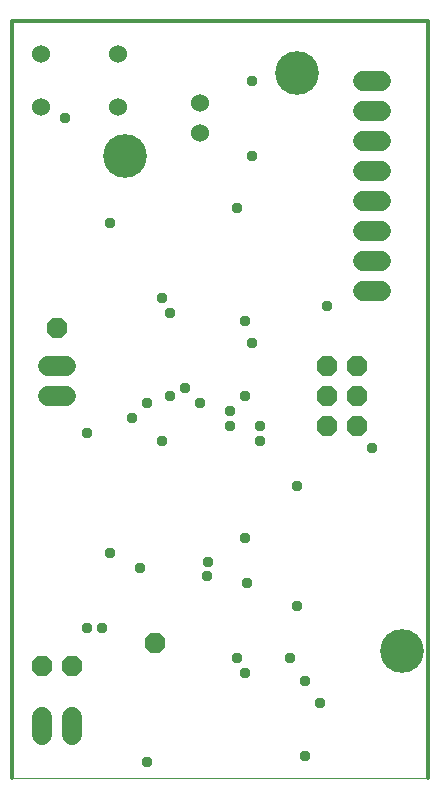
<source format=gbs>
G04 EAGLE Gerber RS-274X export*
G75*
%MOMM*%
%FSLAX34Y34*%
%LPD*%
%INSolderstop Bottom*%
%IPPOS*%
%AMOC8*
5,1,8,0,0,1.08239X$1,22.5*%
G01*
%ADD10C,0.000000*%
%ADD11C,0.304800*%
%ADD12C,3.703200*%
%ADD13P,1.869504X8X22.500000*%
%ADD14P,1.869504X8X112.500000*%
%ADD15C,1.711200*%
%ADD16C,1.524000*%
%ADD17C,0.959600*%


D10*
X0Y0D02*
X352300Y0D01*
D11*
X352300Y641250D01*
X0Y641250D01*
X0Y0D01*
D12*
X95250Y527050D03*
X330200Y107950D03*
X241300Y596900D03*
D13*
X120650Y114300D03*
X25400Y95250D03*
D14*
X292100Y298450D03*
X266700Y298450D03*
X292100Y323850D03*
X266700Y323850D03*
X292100Y349250D03*
X266700Y349250D03*
D13*
X38100Y381000D03*
X50800Y95250D03*
D15*
X50800Y51990D02*
X50800Y36910D01*
X25400Y36910D02*
X25400Y51990D01*
X30560Y323850D02*
X45640Y323850D01*
X45640Y349250D02*
X30560Y349250D01*
D16*
X158750Y571500D03*
X158750Y546100D03*
D15*
X297260Y412750D02*
X312340Y412750D01*
X312340Y438150D02*
X297260Y438150D01*
X297260Y463550D02*
X312340Y463550D01*
X312340Y488950D02*
X297260Y488950D01*
X297260Y514350D02*
X312340Y514350D01*
X312340Y539750D02*
X297260Y539750D01*
X297260Y565150D02*
X312340Y565150D01*
X312340Y590550D02*
X297260Y590550D01*
D16*
X24638Y613156D03*
X89662Y613156D03*
X89662Y567944D03*
X24638Y567944D03*
D17*
X114300Y13942D03*
X190500Y482600D03*
X82550Y469900D03*
X203200Y527050D03*
X203200Y590550D03*
X304800Y279400D03*
X107950Y177800D03*
X101600Y304800D03*
X127000Y406400D03*
X196850Y387350D03*
X247650Y82550D03*
X266700Y400050D03*
X127000Y285750D03*
X209550Y285750D03*
X165805Y183445D03*
X196850Y203200D03*
X165100Y171450D03*
X198854Y165100D03*
X209550Y298450D03*
X196850Y323850D03*
X184150Y298450D03*
X184150Y311150D03*
X203200Y368300D03*
X82550Y190500D03*
X158750Y317500D03*
X146050Y330200D03*
X63500Y292100D03*
X44450Y558800D03*
X241300Y146050D03*
X241300Y247650D03*
X234950Y101600D03*
X133350Y323850D03*
X133350Y393700D03*
X196850Y88900D03*
X114300Y317500D03*
X260350Y63500D03*
X76200Y127000D03*
X63500Y127000D03*
X247650Y19050D03*
X190500Y101600D03*
M02*

</source>
